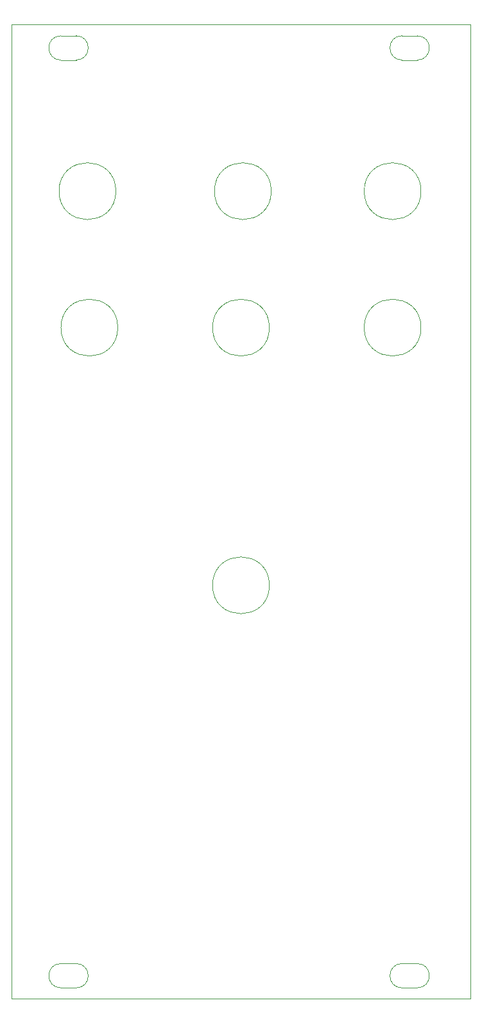
<source format=gbr>
G04 #@! TF.GenerationSoftware,KiCad,Pcbnew,(5.1.5-0)*
G04 #@! TF.CreationDate,2021-01-14T18:31:16-08:00*
G04 #@! TF.ProjectId,hypster,68797073-7465-4722-9e6b-696361645f70,rev?*
G04 #@! TF.SameCoordinates,Original*
G04 #@! TF.FileFunction,Profile,NP*
%FSLAX46Y46*%
G04 Gerber Fmt 4.6, Leading zero omitted, Abs format (unit mm)*
G04 Created by KiCad (PCBNEW (5.1.5-0)) date 2021-01-14 18:31:16*
%MOMM*%
%LPD*%
G04 APERTURE LIST*
%ADD10C,0.050000*%
G04 APERTURE END LIST*
D10*
X34000000Y-324000000D02*
G75*
G03X34000000Y-324000000I-3750000J0D01*
G01*
X54000000Y-290000000D02*
G75*
G03X54000000Y-290000000I-3750000J0D01*
G01*
X34000000Y-290000000D02*
G75*
G03X34000000Y-290000000I-3750000J0D01*
G01*
X14000000Y-290000000D02*
G75*
G03X14000000Y-290000000I-3750000J0D01*
G01*
X54000000Y-272000000D02*
G75*
G03X54000000Y-272000000I-3750000J0D01*
G01*
X34250000Y-272000000D02*
G75*
G03X34250000Y-272000000I-3750000J0D01*
G01*
X13750000Y-272000000D02*
G75*
G03X13750000Y-272000000I-3750000J0D01*
G01*
X8500000Y-373900000D02*
X6500000Y-373900000D01*
X6500000Y-377100000D02*
G75*
G02X6500000Y-373900000I0J1600000D01*
G01*
X8500000Y-377100000D02*
X6500000Y-377100000D01*
X8500000Y-373900000D02*
G75*
G02X8500000Y-377100000I0J-1600000D01*
G01*
X53500000Y-373900000D02*
X51500000Y-373900000D01*
X53500000Y-377100000D02*
X51500000Y-377100000D01*
X53500000Y-373900000D02*
G75*
G02X53500000Y-377100000I0J-1600000D01*
G01*
X51500000Y-377100000D02*
G75*
G02X51500000Y-373900000I0J1600000D01*
G01*
X53500000Y-251500000D02*
X51500000Y-251500000D01*
X51500000Y-254700000D02*
G75*
G02X51500000Y-251500000I0J1600000D01*
G01*
X53500000Y-254700000D02*
X51500000Y-254700000D01*
X53500000Y-251500000D02*
G75*
G02X53500000Y-254700000I0J-1600000D01*
G01*
X6500000Y-254700000D02*
G75*
G02X6500000Y-251500000I0J1600000D01*
G01*
X8500000Y-251500000D02*
X6500000Y-251500000D01*
X8500000Y-251500000D02*
G75*
G02X8500000Y-254700000I0J-1600000D01*
G01*
X8500000Y-254700000D02*
X6500000Y-254700000D01*
X0Y-378500000D02*
X0Y-250000000D01*
X60500000Y-378500000D02*
X0Y-378500000D01*
X60500000Y-250000000D02*
X60500000Y-378500000D01*
X0Y-250000000D02*
X60500000Y-250000000D01*
M02*

</source>
